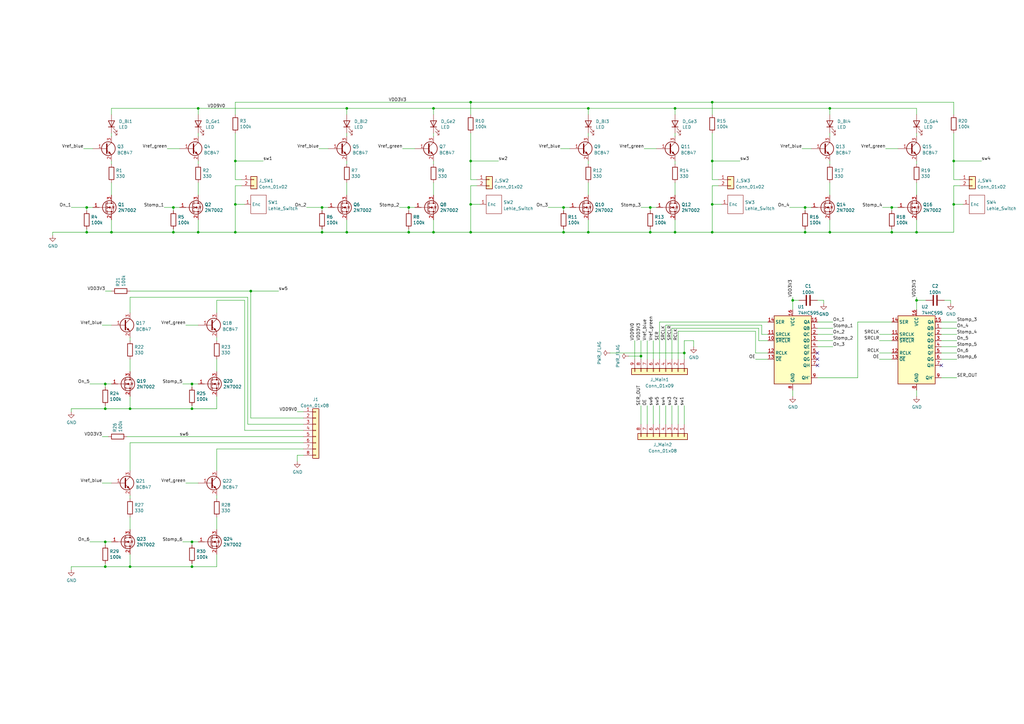
<source format=kicad_sch>
(kicad_sch (version 20211123) (generator eeschema)
  (paper "A3")
  (lib_symbols
    (symbol "74xx:74HC595"
      (property "Reference" "U" (at -7.62 13.97 0))
      (property "Value" "74HC595" (at -7.62 -16.51 0))
      (symbol "74HC595_1_0"
        (pin tri_state line (at 10.16 7.62 180) (length 2.54) (name "QB") (number "1"))
        (pin input line (at -10.16 2.54 0) (length 2.54) (name "~{SRCLR}") (number "10"))
        (pin input line (at -10.16 5.08 0) (length 2.54) (name "SRCLK") (number "11"))
        (pin input line (at -10.16 -2.54 0) (length 2.54) (name "RCLK") (number "12"))
        (pin input line (at -10.16 -5.08 0) (length 2.54) (name "~{OE}") (number "13"))
        (pin input line (at -10.16 10.16 0) (length 2.54) (name "SER") (number "14"))
        (pin tri_state line (at 10.16 10.16 180) (length 2.54) (name "QA") (number "15"))
        (pin power_in line (at 0 15.24 270) (length 2.54) (name "VCC") (number "16"))
        (pin tri_state line (at 10.16 5.08 180) (length 2.54) (name "QC") (number "2"))
        (pin tri_state line (at 10.16 2.54 180) (length 2.54) (name "QD") (number "3"))
        (pin tri_state line (at 10.16 0 180) (length 2.54) (name "QE") (number "4"))
        (pin tri_state line (at 10.16 -2.54 180) (length 2.54) (name "QF") (number "5"))
        (pin tri_state line (at 10.16 -5.08 180) (length 2.54) (name "QG") (number "6"))
        (pin tri_state line (at 10.16 -7.62 180) (length 2.54) (name "QH") (number "7"))
        (pin power_in line (at 0 -17.78 90) (length 2.54) (name "GND") (number "8"))
        (pin output line (at 10.16 -12.7 180) (length 2.54) (name "QH'") (number "9"))
      )
    )
    (symbol "Connector_Generic:Conn_01x02" (pin_names (offset 1.016) hide)
      (property "Reference" "J" (at 0 2.54 0))
      (property "Value" "Conn_01x02" (at 0 -5.08 0))
      (symbol "Conn_01x02_1_1"
        (pin passive line (at -5.08 0 0) (length 3.81) (name "Pin_1") (number "1"))
        (pin passive line (at -5.08 -2.54 0) (length 3.81) (name "Pin_2") (number "2"))
      )
    )
    (symbol "Connector_Generic:Conn_01x08" (pin_names (offset 1.016) hide)
      (property "Reference" "J" (at 0 10.16 0))
      (property "Value" "Conn_01x08" (at 0 -12.7 0))
      (symbol "Conn_01x08_1_1"
        (pin passive line (at -5.08 7.62 0) (length 3.81) (name "Pin_1") (number "1"))
        (pin passive line (at -5.08 5.08 0) (length 3.81) (name "Pin_2") (number "2"))
        (pin passive line (at -5.08 2.54 0) (length 3.81) (name "Pin_3") (number "3"))
        (pin passive line (at -5.08 0 0) (length 3.81) (name "Pin_4") (number "4"))
        (pin passive line (at -5.08 -2.54 0) (length 3.81) (name "Pin_5") (number "5"))
        (pin passive line (at -5.08 -5.08 0) (length 3.81) (name "Pin_6") (number "6"))
        (pin passive line (at -5.08 -7.62 0) (length 3.81) (name "Pin_7") (number "7"))
        (pin passive line (at -5.08 -10.16 0) (length 3.81) (name "Pin_8") (number "8"))
      )
    )
    (symbol "Connector_Generic:Conn_01x09" (pin_names (offset 1.016) hide)
      (property "Reference" "J" (at 0 12.7 0))
      (property "Value" "Conn_01x09" (at 0 -12.7 0))
      (symbol "Conn_01x09_1_1"
        (pin passive line (at -5.08 10.16 0) (length 3.81) (name "Pin_1") (number "1"))
        (pin passive line (at -5.08 7.62 0) (length 3.81) (name "Pin_2") (number "2"))
        (pin passive line (at -5.08 5.08 0) (length 3.81) (name "Pin_3") (number "3"))
        (pin passive line (at -5.08 2.54 0) (length 3.81) (name "Pin_4") (number "4"))
        (pin passive line (at -5.08 0 0) (length 3.81) (name "Pin_5") (number "5"))
        (pin passive line (at -5.08 -2.54 0) (length 3.81) (name "Pin_6") (number "6"))
        (pin passive line (at -5.08 -5.08 0) (length 3.81) (name "Pin_7") (number "7"))
        (pin passive line (at -5.08 -7.62 0) (length 3.81) (name "Pin_8") (number "8"))
        (pin passive line (at -5.08 -10.16 0) (length 3.81) (name "Pin_9") (number "9"))
      )
    )
    (symbol "Device:C" (pin_numbers hide) (pin_names (offset 0.254))
      (property "Reference" "C" (at 0.635 2.54 0))
      (property "Value" "C" (at 0.635 -2.54 0))
      (symbol "C_1_1"
        (pin passive line (at 0 3.81 270) (length 2.794) (name "~") (number "1"))
        (pin passive line (at 0 -3.81 90) (length 2.794) (name "~") (number "2"))
      )
    )
    (symbol "Device:LED" (pin_numbers hide) (pin_names (offset 1.016) hide)
      (property "Reference" "D" (at 0 2.54 0))
      (property "Value" "LED" (at 0 -2.54 0))
      (symbol "LED_1_1"
        (pin passive line (at -3.81 0 0) (length 2.54) (name "K") (number "1"))
        (pin passive line (at 3.81 0 180) (length 2.54) (name "A") (number "2"))
      )
    )
    (symbol "Device:R" (pin_numbers hide) (pin_names (offset 0))
      (property "Reference" "R" (at 2.032 0 90))
      (property "Value" "R" (at 0 0 90))
      (symbol "R_1_1"
        (pin passive line (at 0 3.81 270) (length 1.27) (name "~") (number "1"))
        (pin passive line (at 0 -3.81 90) (length 1.27) (name "~") (number "2"))
      )
    )
    (symbol "KiCad_Libs:Lehle_Switch"
      (property "Reference" "SW" (at 11.43 0 0))
      (property "Value" "Lehle_Switch" (at 15.24 2.54 0))
      (symbol "Lehle_Switch_1_1"
        (pin input line (at 0 0 0) (length 2.54) (name "Enc") (number "1"))
      )
    )
    (symbol "Transistor_BJT:BC847" (pin_names (offset 0) hide)
      (property "Reference" "Q" (at 5.08 1.905 0))
      (property "Value" "BC847" (at 5.08 0 0))
      (symbol "BC847_1_1"
        (pin input line (at -5.08 0 0) (length 5.715) (name "B") (number "1"))
        (pin passive line (at 2.54 -5.08 90) (length 2.54) (name "E") (number "2"))
        (pin passive line (at 2.54 5.08 270) (length 2.54) (name "C") (number "3"))
      )
    )
    (symbol "Transistor_FET:2N7002" (pin_names hide)
      (property "Reference" "Q" (at 5.08 1.905 0))
      (property "Value" "2N7002" (at 5.08 0 0))
      (symbol "2N7002_1_1"
        (pin input line (at -5.08 0 0) (length 2.54) (name "G") (number "1"))
        (pin passive line (at 2.54 -5.08 90) (length 2.54) (name "S") (number "2"))
        (pin passive line (at 2.54 5.08 270) (length 2.54) (name "D") (number "3"))
      )
    )
    (symbol "power:GND" (power) (pin_names (offset 0))
      (property "Value" "GND" (at 0 -3.81 0))
      (symbol "GND_1_1"
        (pin power_in line (at 0 0 270) (length 0) hide (name "GND") (number "1"))
      )
    )
    (symbol "power:PWR_FLAG" (power) (pin_numbers hide) (pin_names (offset 0) hide)
      (property "Value" "PWR_FLAG" (at 0 3.81 0))
      (symbol "PWR_FLAG_0_0"
        (pin power_out line (at 0 0 90) (length 0) (name "pwr") (number "1"))
      )
    )
  )
  (junction (at 43.18 222.25))
  (junction (at 280.67 144.78))
  (junction (at 193.04 66.04))
  (junction (at 35.56 95.25))
  (junction (at 81.28 95.25))
  (junction (at 96.52 95.25))
  (junction (at 167.64 85.09))
  (junction (at 132.08 85.09))
  (junction (at 102.87 119.38))
  (junction (at 375.92 123.19))
  (junction (at 71.12 95.25))
  (junction (at 96.52 83.82))
  (junction (at 43.18 232.41))
  (junction (at 340.36 44.45))
  (junction (at 193.04 83.82))
  (junction (at 292.1 83.82))
  (junction (at 78.74 222.25))
  (junction (at 193.04 95.25))
  (junction (at 340.36 95.25))
  (junction (at 241.3 95.25))
  (junction (at 391.16 83.82))
  (junction (at 96.52 66.04))
  (junction (at 266.7 95.25))
  (junction (at 231.14 85.09))
  (junction (at 262.89 146.05))
  (junction (at 81.28 44.45))
  (junction (at 177.8 95.25))
  (junction (at 78.74 167.64))
  (junction (at 71.12 85.09))
  (junction (at 43.18 167.64))
  (junction (at 45.72 95.25))
  (junction (at 53.34 167.64))
  (junction (at 325.12 123.19))
  (junction (at 132.08 95.25))
  (junction (at 35.56 85.09))
  (junction (at 330.2 85.09))
  (junction (at 43.18 157.48))
  (junction (at 292.1 66.04))
  (junction (at 241.3 44.45))
  (junction (at 266.7 85.09))
  (junction (at 365.76 95.25))
  (junction (at 292.1 95.25))
  (junction (at 330.2 95.25))
  (junction (at 193.04 41.91))
  (junction (at 292.1 41.91))
  (junction (at 391.16 66.04))
  (junction (at 365.76 85.09))
  (junction (at 142.24 44.45))
  (junction (at 231.14 95.25))
  (junction (at 78.74 157.48))
  (junction (at 276.86 95.25))
  (junction (at 167.64 95.25))
  (junction (at 177.8 44.45))
  (junction (at 142.24 95.25))
  (junction (at 78.74 232.41))
  (junction (at 276.86 44.45))
  (junction (at 53.34 232.41))
  (junction (at 375.92 95.25))
  (no_connect (at 335.28 144.78))
  (no_connect (at 386.08 149.86))
  (no_connect (at 335.28 147.32))
  (no_connect (at 335.28 149.86))
  (wire (pts (xy 100.33 123.19) (xy 100.33 176.53)))
  (wire (pts (xy 121.92 186.69) (xy 124.46 186.69)))
  (wire (pts (xy 309.88 147.32) (xy 314.96 147.32)))
  (wire (pts (xy 273.05 166.37) (xy 273.05 173.99)))
  (wire (pts (xy 391.16 73.66) (xy 393.7 73.66)))
  (wire (pts (xy 267.97 139.7) (xy 267.97 147.32)))
  (wire (pts (xy 241.3 44.45) (xy 241.3 46.99)))
  (wire (pts (xy 73.66 85.09) (xy 71.12 85.09)))
  (wire (pts (xy 292.1 41.91) (xy 391.16 41.91)))
  (wire (pts (xy 337.82 123.19) (xy 335.28 123.19)))
  (wire (pts (xy 264.16 60.96) (xy 269.24 60.96)))
  (wire (pts (xy 45.72 54.61) (xy 45.72 55.88)))
  (wire (pts (xy 233.68 85.09) (xy 231.14 85.09)))
  (wire (pts (xy 35.56 86.36) (xy 35.56 85.09)))
  (wire (pts (xy 193.04 76.2) (xy 193.04 83.82)))
  (wire (pts (xy 360.68 147.32) (xy 365.76 147.32)))
  (wire (pts (xy 391.16 83.82) (xy 391.16 95.25)))
  (wire (pts (xy 193.04 83.82) (xy 196.85 83.82)))
  (wire (pts (xy 365.76 93.98) (xy 365.76 95.25)))
  (wire (pts (xy 177.8 54.61) (xy 177.8 55.88)))
  (wire (pts (xy 88.9 184.15) (xy 88.9 193.04)))
  (wire (pts (xy 332.74 85.09) (xy 330.2 85.09)))
  (wire (pts (xy 386.08 137.16) (xy 392.43 137.16)))
  (wire (pts (xy 53.34 232.41) (xy 78.74 232.41)))
  (wire (pts (xy 292.1 46.99) (xy 292.1 41.91)))
  (wire (pts (xy 21.59 96.52) (xy 21.59 95.25)))
  (wire (pts (xy 391.16 54.61) (xy 391.16 66.04)))
  (wire (pts (xy 88.9 147.32) (xy 88.9 152.4)))
  (wire (pts (xy 177.8 66.04) (xy 177.8 67.31)))
  (wire (pts (xy 53.34 147.32) (xy 53.34 152.4)))
  (wire (pts (xy 45.72 74.93) (xy 45.72 80.01)))
  (wire (pts (xy 88.9 227.33) (xy 88.9 232.41)))
  (wire (pts (xy 78.74 232.41) (xy 88.9 232.41)))
  (wire (pts (xy 53.34 181.61) (xy 124.46 181.61)))
  (wire (pts (xy 43.18 167.64) (xy 29.21 167.64)))
  (wire (pts (xy 43.18 222.25) (xy 36.83 222.25)))
  (wire (pts (xy 351.79 132.08) (xy 365.76 132.08)))
  (wire (pts (xy 314.96 139.7) (xy 311.15 139.7)))
  (wire (pts (xy 193.04 66.04) (xy 193.04 73.66)))
  (wire (pts (xy 250.19 144.78) (xy 280.67 144.78)))
  (wire (pts (xy 241.3 74.93) (xy 241.3 80.01)))
  (wire (pts (xy 292.1 66.04) (xy 303.53 66.04)))
  (wire (pts (xy 266.7 85.09) (xy 262.89 85.09)))
  (wire (pts (xy 340.36 46.99) (xy 340.36 44.45)))
  (wire (pts (xy 81.28 44.45) (xy 142.24 44.45)))
  (wire (pts (xy 43.18 157.48) (xy 36.83 157.48)))
  (wire (pts (xy 96.52 66.04) (xy 96.52 73.66)))
  (wire (pts (xy 96.52 41.91) (xy 193.04 41.91)))
  (wire (pts (xy 273.05 133.35) (xy 312.42 133.35)))
  (wire (pts (xy 121.92 168.91) (xy 124.46 168.91)))
  (wire (pts (xy 270.51 166.37) (xy 270.51 173.99)))
  (wire (pts (xy 177.8 46.99) (xy 177.8 44.45)))
  (wire (pts (xy 375.92 66.04) (xy 375.92 67.31)))
  (wire (pts (xy 53.34 212.09) (xy 53.34 217.17)))
  (wire (pts (xy 193.04 95.25) (xy 177.8 95.25)))
  (wire (pts (xy 45.72 222.25) (xy 43.18 222.25)))
  (wire (pts (xy 365.76 95.25) (xy 375.92 95.25)))
  (wire (pts (xy 292.1 83.82) (xy 292.1 95.25)))
  (wire (pts (xy 53.34 119.38) (xy 102.87 119.38)))
  (wire (pts (xy 167.64 86.36) (xy 167.64 85.09)))
  (wire (pts (xy 38.1 85.09) (xy 35.56 85.09)))
  (wire (pts (xy 43.18 231.14) (xy 43.18 232.41)))
  (wire (pts (xy 88.9 203.2) (xy 88.9 204.47)))
  (wire (pts (xy 53.34 121.92) (xy 101.6 121.92)))
  (wire (pts (xy 276.86 74.93) (xy 276.86 80.01)))
  (wire (pts (xy 275.59 166.37) (xy 275.59 173.99)))
  (wire (pts (xy 292.1 95.25) (xy 330.2 95.25)))
  (wire (pts (xy 391.16 66.04) (xy 402.59 66.04)))
  (wire (pts (xy 280.67 144.78) (xy 280.67 147.32)))
  (wire (pts (xy 132.08 93.98) (xy 132.08 95.25)))
  (wire (pts (xy 53.34 167.64) (xy 43.18 167.64)))
  (wire (pts (xy 231.14 93.98) (xy 231.14 95.25)))
  (wire (pts (xy 260.35 139.7) (xy 260.35 147.32)))
  (wire (pts (xy 78.74 158.75) (xy 78.74 157.48)))
  (wire (pts (xy 386.08 142.24) (xy 392.43 142.24)))
  (wire (pts (xy 53.34 121.92) (xy 53.34 128.27)))
  (wire (pts (xy 41.91 133.35) (xy 45.72 133.35)))
  (wire (pts (xy 325.12 121.92) (xy 325.12 123.19)))
  (wire (pts (xy 41.91 179.07) (xy 44.45 179.07)))
  (wire (pts (xy 368.3 85.09) (xy 365.76 85.09)))
  (wire (pts (xy 391.16 76.2) (xy 391.16 83.82)))
  (wire (pts (xy 167.64 93.98) (xy 167.64 95.25)))
  (wire (pts (xy 165.1 60.96) (xy 170.18 60.96)))
  (wire (pts (xy 193.04 41.91) (xy 193.04 46.99)))
  (wire (pts (xy 292.1 76.2) (xy 292.1 83.82)))
  (wire (pts (xy 386.08 144.78) (xy 392.43 144.78)))
  (wire (pts (xy 391.16 41.91) (xy 391.16 46.99)))
  (wire (pts (xy 262.89 166.37) (xy 262.89 173.99)))
  (wire (pts (xy 340.36 95.25) (xy 330.2 95.25)))
  (wire (pts (xy 389.89 124.46) (xy 389.89 123.19)))
  (wire (pts (xy 96.52 95.25) (xy 81.28 95.25)))
  (wire (pts (xy 96.52 83.82) (xy 96.52 95.25)))
  (wire (pts (xy 351.79 154.94) (xy 351.79 132.08)))
  (wire (pts (xy 292.1 54.61) (xy 292.1 66.04)))
  (wire (pts (xy 193.04 95.25) (xy 231.14 95.25)))
  (wire (pts (xy 78.74 223.52) (xy 78.74 222.25)))
  (wire (pts (xy 43.18 119.38) (xy 45.72 119.38)))
  (wire (pts (xy 88.9 123.19) (xy 88.9 128.27)))
  (wire (pts (xy 142.24 95.25) (xy 132.08 95.25)))
  (wire (pts (xy 292.1 66.04) (xy 292.1 73.66)))
  (wire (pts (xy 391.16 83.82) (xy 394.97 83.82)))
  (wire (pts (xy 386.08 134.62) (xy 392.43 134.62)))
  (wire (pts (xy 375.92 123.19) (xy 375.92 127)))
  (wire (pts (xy 309.88 144.78) (xy 314.96 144.78)))
  (wire (pts (xy 45.72 66.04) (xy 45.72 67.31)))
  (wire (pts (xy 262.89 146.05) (xy 262.89 147.32)))
  (wire (pts (xy 386.08 154.94) (xy 392.43 154.94)))
  (wire (pts (xy 29.21 233.68) (xy 29.21 232.41)))
  (wire (pts (xy 241.3 95.25) (xy 266.7 95.25)))
  (wire (pts (xy 335.28 132.08) (xy 341.63 132.08)))
  (wire (pts (xy 280.67 166.37) (xy 280.67 173.99)))
  (wire (pts (xy 391.16 66.04) (xy 391.16 73.66)))
  (wire (pts (xy 142.24 90.17) (xy 142.24 95.25)))
  (wire (pts (xy 340.36 44.45) (xy 375.92 44.45)))
  (wire (pts (xy 280.67 139.7) (xy 280.67 144.78)))
  (wire (pts (xy 170.18 85.09) (xy 167.64 85.09)))
  (wire (pts (xy 276.86 90.17) (xy 276.86 95.25)))
  (wire (pts (xy 29.21 168.91) (xy 29.21 167.64)))
  (wire (pts (xy 34.29 60.96) (xy 38.1 60.96)))
  (wire (pts (xy 71.12 95.25) (xy 81.28 95.25)))
  (wire (pts (xy 81.28 157.48) (xy 78.74 157.48)))
  (wire (pts (xy 365.76 86.36) (xy 365.76 85.09)))
  (wire (pts (xy 43.18 158.75) (xy 43.18 157.48)))
  (wire (pts (xy 78.74 157.48) (xy 74.93 157.48)))
  (wire (pts (xy 96.52 46.99) (xy 96.52 41.91)))
  (wire (pts (xy 167.64 85.09) (xy 163.83 85.09)))
  (wire (pts (xy 265.43 166.37) (xy 265.43 173.99)))
  (wire (pts (xy 96.52 76.2) (xy 96.52 83.82)))
  (wire (pts (xy 71.12 86.36) (xy 71.12 85.09)))
  (wire (pts (xy 335.28 139.7) (xy 341.63 139.7)))
  (wire (pts (xy 340.36 66.04) (xy 340.36 67.31)))
  (wire (pts (xy 340.36 54.61) (xy 340.36 55.88)))
  (wire (pts (xy 41.91 198.12) (xy 45.72 198.12)))
  (wire (pts (xy 375.92 74.93) (xy 375.92 80.01)))
  (wire (pts (xy 309.88 135.89) (xy 309.88 144.78)))
  (wire (pts (xy 276.86 46.99) (xy 276.86 44.45)))
  (wire (pts (xy 231.14 86.36) (xy 231.14 85.09)))
  (wire (pts (xy 71.12 85.09) (xy 67.31 85.09)))
  (wire (pts (xy 267.97 166.37) (xy 267.97 173.99)))
  (wire (pts (xy 273.05 133.35) (xy 273.05 147.32)))
  (wire (pts (xy 360.68 139.7) (xy 365.76 139.7)))
  (wire (pts (xy 278.13 166.37) (xy 278.13 173.99)))
  (wire (pts (xy 88.9 162.56) (xy 88.9 167.64)))
  (wire (pts (xy 68.58 60.96) (xy 73.66 60.96)))
  (wire (pts (xy 193.04 83.82) (xy 193.04 95.25)))
  (wire (pts (xy 363.22 60.96) (xy 368.3 60.96)))
  (wire (pts (xy 102.87 119.38) (xy 102.87 171.45)))
  (wire (pts (xy 311.15 139.7) (xy 311.15 134.62)))
  (wire (pts (xy 278.13 135.89) (xy 309.88 135.89)))
  (wire (pts (xy 132.08 86.36) (xy 132.08 85.09)))
  (wire (pts (xy 193.04 41.91) (xy 292.1 41.91)))
  (wire (pts (xy 142.24 54.61) (xy 142.24 55.88)))
  (wire (pts (xy 81.28 90.17) (xy 81.28 95.25)))
  (wire (pts (xy 43.18 223.52) (xy 43.18 222.25)))
  (wire (pts (xy 96.52 73.66) (xy 99.06 73.66)))
  (wire (pts (xy 81.28 54.61) (xy 81.28 55.88)))
  (wire (pts (xy 53.34 203.2) (xy 53.34 204.47)))
  (wire (pts (xy 241.3 44.45) (xy 276.86 44.45)))
  (wire (pts (xy 53.34 162.56) (xy 53.34 167.64)))
  (wire (pts (xy 193.04 54.61) (xy 193.04 66.04)))
  (wire (pts (xy 241.3 95.25) (xy 231.14 95.25)))
  (wire (pts (xy 81.28 222.25) (xy 78.74 222.25)))
  (wire (pts (xy 330.2 86.36) (xy 330.2 85.09)))
  (wire (pts (xy 45.72 157.48) (xy 43.18 157.48)))
  (wire (pts (xy 284.48 142.24) (xy 284.48 139.7)))
  (wire (pts (xy 142.24 46.99) (xy 142.24 44.45)))
  (wire (pts (xy 101.6 121.92) (xy 101.6 173.99)))
  (wire (pts (xy 275.59 134.62) (xy 275.59 147.32)))
  (wire (pts (xy 292.1 83.82) (xy 295.91 83.82)))
  (wire (pts (xy 81.28 66.04) (xy 81.28 67.31)))
  (wire (pts (xy 71.12 93.98) (xy 71.12 95.25)))
  (wire (pts (xy 340.36 74.93) (xy 340.36 80.01)))
  (wire (pts (xy 330.2 85.09) (xy 323.85 85.09)))
  (wire (pts (xy 53.34 227.33) (xy 53.34 232.41)))
  (wire (pts (xy 266.7 86.36) (xy 266.7 85.09)))
  (wire (pts (xy 330.2 93.98) (xy 330.2 95.25)))
  (wire (pts (xy 386.08 132.08) (xy 392.43 132.08)))
  (wire (pts (xy 53.34 232.41) (xy 43.18 232.41)))
  (wire (pts (xy 78.74 231.14) (xy 78.74 232.41)))
  (wire (pts (xy 177.8 44.45) (xy 241.3 44.45)))
  (wire (pts (xy 393.7 76.2) (xy 391.16 76.2)))
  (wire (pts (xy 365.76 85.09) (xy 361.95 85.09)))
  (wire (pts (xy 241.3 66.04) (xy 241.3 67.31)))
  (wire (pts (xy 360.68 137.16) (xy 365.76 137.16)))
  (wire (pts (xy 99.06 76.2) (xy 96.52 76.2)))
  (wire (pts (xy 88.9 123.19) (xy 100.33 123.19)))
  (wire (pts (xy 276.86 44.45) (xy 340.36 44.45)))
  (wire (pts (xy 167.64 95.25) (xy 177.8 95.25)))
  (wire (pts (xy 257.81 146.05) (xy 262.89 146.05)))
  (wire (pts (xy 335.28 142.24) (xy 341.63 142.24)))
  (wire (pts (xy 45.72 95.25) (xy 71.12 95.25)))
  (wire (pts (xy 102.87 171.45) (xy 124.46 171.45)))
  (wire (pts (xy 43.18 166.37) (xy 43.18 167.64)))
  (wire (pts (xy 177.8 74.93) (xy 177.8 80.01)))
  (wire (pts (xy 269.24 85.09) (xy 266.7 85.09)))
  (wire (pts (xy 312.42 133.35) (xy 312.42 137.16)))
  (wire (pts (xy 335.28 154.94) (xy 351.79 154.94)))
  (wire (pts (xy 335.28 137.16) (xy 341.63 137.16)))
  (wire (pts (xy 276.86 66.04) (xy 276.86 67.31)))
  (wire (pts (xy 35.56 95.25) (xy 21.59 95.25)))
  (wire (pts (xy 88.9 138.43) (xy 88.9 139.7)))
  (wire (pts (xy 96.52 54.61) (xy 96.52 66.04)))
  (wire (pts (xy 265.43 139.7) (xy 265.43 147.32)))
  (wire (pts (xy 53.34 138.43) (xy 53.34 139.7)))
  (wire (pts (xy 81.28 46.99) (xy 81.28 44.45)))
  (wire (pts (xy 229.87 60.96) (xy 233.68 60.96)))
  (wire (pts (xy 328.93 60.96) (xy 332.74 60.96)))
  (wire (pts (xy 81.28 74.93) (xy 81.28 80.01)))
  (wire (pts (xy 88.9 184.15) (xy 124.46 184.15)))
  (wire (pts (xy 386.08 139.7) (xy 392.43 139.7)))
  (wire (pts (xy 53.34 167.64) (xy 78.74 167.64)))
  (wire (pts (xy 88.9 212.09) (xy 88.9 217.17)))
  (wire (pts (xy 76.2 133.35) (xy 81.28 133.35)))
  (wire (pts (xy 386.08 147.32) (xy 392.43 147.32)))
  (wire (pts (xy 121.92 189.23) (xy 121.92 186.69)))
  (wire (pts (xy 132.08 85.09) (xy 125.73 85.09)))
  (wire (pts (xy 52.07 179.07) (xy 124.46 179.07)))
  (wire (pts (xy 45.72 46.99) (xy 45.72 44.45)))
  (wire (pts (xy 280.67 139.7) (xy 284.48 139.7)))
  (wire (pts (xy 340.36 90.17) (xy 340.36 95.25)))
  (wire (pts (xy 266.7 93.98) (xy 266.7 95.25)))
  (wire (pts (xy 142.24 95.25) (xy 167.64 95.25)))
  (wire (pts (xy 276.86 54.61) (xy 276.86 55.88)))
  (wire (pts (xy 375.92 162.56) (xy 375.92 160.02)))
  (wire (pts (xy 193.04 66.04) (xy 204.47 66.04)))
  (wire (pts (xy 292.1 73.66) (xy 294.64 73.66)))
  (wire (pts (xy 35.56 93.98) (xy 35.56 95.25)))
  (wire (pts (xy 134.62 85.09) (xy 132.08 85.09)))
  (wire (pts (xy 335.28 134.62) (xy 341.63 134.62)))
  (wire (pts (xy 96.52 95.25) (xy 132.08 95.25)))
  (wire (pts (xy 262.89 139.7) (xy 262.89 146.05)))
  (wire (pts (xy 142.24 66.04) (xy 142.24 67.31)))
  (wire (pts (xy 325.12 123.19) (xy 327.66 123.19)))
  (wire (pts (xy 241.3 54.61) (xy 241.3 55.88)))
  (wire (pts (xy 142.24 74.93) (xy 142.24 80.01)))
  (wire (pts (xy 314.96 132.08) (xy 270.51 132.08)))
  (wire (pts (xy 312.42 137.16) (xy 314.96 137.16)))
  (wire (pts (xy 278.13 135.89) (xy 278.13 147.32)))
  (wire (pts (xy 130.81 60.96) (xy 134.62 60.96)))
  (wire (pts (xy 193.04 73.66) (xy 195.58 73.66)))
  (wire (pts (xy 231.14 85.09) (xy 224.79 85.09)))
  (wire (pts (xy 35.56 85.09) (xy 29.21 85.09)))
  (wire (pts (xy 241.3 90.17) (xy 241.3 95.25)))
  (wire (pts (xy 266.7 95.25) (xy 276.86 95.25)))
  (wire (pts (xy 325.12 123.19) (xy 325.12 127)))
  (wire (pts (xy 391.16 95.25) (xy 375.92 95.25)))
  (wire (pts (xy 101.6 173.99) (xy 124.46 173.99)))
  (wire (pts (xy 325.12 162.56) (xy 325.12 160.02)))
  (wire (pts (xy 311.15 134.62) (xy 275.59 134.62)))
  (wire (pts (xy 45.72 95.25) (xy 35.56 95.25)))
  (wire (pts (xy 389.89 123.19) (xy 387.35 123.19)))
  (wire (pts (xy 340.36 95.25) (xy 365.76 95.25)))
  (wire (pts (xy 375.92 123.19) (xy 379.73 123.19)))
  (wire (pts (xy 100.33 176.53) (xy 124.46 176.53)))
  (wire (pts (xy 78.74 167.64) (xy 88.9 167.64)))
  (wire (pts (xy 78.74 166.37) (xy 78.74 167.64)))
  (wire (pts (xy 294.64 76.2) (xy 292.1 76.2)))
  (wire (pts (xy 270.51 132.08) (xy 270.51 147.32)))
  (wire (pts (xy 177.8 90.17) (xy 177.8 95.25)))
  (wire (pts (xy 45.72 90.17) (xy 45.72 95.25)))
  (wire (pts (xy 337.82 124.46) (xy 337.82 123.19)))
  (wire (pts (xy 375.92 90.17) (xy 375.92 95.25)))
  (wire (pts (xy 292.1 95.25) (xy 276.86 95.25)))
  (wire (pts (xy 195.58 76.2) (xy 193.04 76.2)))
  (wire (pts (xy 78.74 222.25) (xy 74.93 222.25)))
  (wire (pts (xy 102.87 119.38) (xy 114.3 119.38)))
  (wire (pts (xy 142.24 44.45) (xy 177.8 44.45)))
  (wire (pts (xy 96.52 83.82) (xy 100.33 83.82)))
  (wire (pts (xy 375.92 54.61) (xy 375.92 55.88)))
  (wire (pts (xy 53.34 181.61) (xy 53.34 193.04)))
  (wire (pts (xy 76.2 198.12) (xy 81.28 198.12)))
  (wire (pts (xy 43.18 232.41) (xy 29.21 232.41)))
  (wire (pts (xy 375.92 121.92) (xy 375.92 123.19)))
  (wire (pts (xy 45.72 44.45) (xy 81.28 44.45)))
  (wire (pts (xy 360.68 144.78) (xy 365.76 144.78)))
  (wire (pts (xy 375.92 44.45) (xy 375.92 46.99)))
  (wire (pts (xy 96.52 66.04) (xy 107.95 66.04)))
  (label "Stomp_1" (at 67.31 85.09 180))
  (label "RCLK" (at 278.13 139.7 90))
  (label "sw5" (at 114.3 119.38 0))
  (label "SRCLR" (at 360.68 139.7 180))
  (label "VDD3V3" (at 375.92 121.92 90))
  (label "sw2" (at 278.13 166.37 90))
  (label "SRCLK" (at 360.68 137.16 180))
  (label "VDD9V0" (at 260.35 139.7 90))
  (label "Vref_green" (at 264.16 60.96 180))
  (label "Vref_blue" (at 328.93 60.96 180))
  (label "Vref_blue" (at 41.91 133.35 180))
  (label "Stomp_2" (at 341.63 139.7 0))
  (label "On_4" (at 323.85 85.09 180))
  (label "sw6" (at 267.97 166.37 90))
  (label "sw3" (at 275.59 166.37 90))
  (label "Vref_green" (at 267.97 139.7 90))
  (label "Vref_green" (at 76.2 133.35 180))
  (label "On_6" (at 392.43 144.78 0))
  (label "On_4" (at 392.43 134.62 0))
  (label "sw1" (at 280.67 166.37 90))
  (label "Vref_blue" (at 265.43 139.7 90))
  (label "OE" (at 360.68 147.32 180))
  (label "OE" (at 309.88 147.32 180))
  (label "OE" (at 265.43 166.37 90))
  (label "On_6" (at 36.83 222.25 180))
  (label "sw4" (at 402.59 66.04 0))
  (label "VDD9V0" (at 121.92 168.91 180))
  (label "Stomp_6" (at 392.43 147.32 0))
  (label "SER" (at 270.51 139.7 90))
  (label "sw3" (at 303.53 66.04 0))
  (label "On_1" (at 341.63 132.08 0))
  (label "Stomp_5" (at 74.93 157.48 180))
  (label "On_2" (at 341.63 137.16 0))
  (label "SER_OUT" (at 262.89 166.37 90))
  (label "VDD3V3" (at 159.385 41.91 0))
  (label "Stomp_6" (at 74.93 222.25 180))
  (label "On_3" (at 224.79 85.09 180))
  (label "Vref_green" (at 68.58 60.96 180))
  (label "Stomp_5" (at 392.43 142.24 0))
  (label "VDD3V3" (at 43.18 119.38 180))
  (label "sw2" (at 204.47 66.04 0))
  (label "Stomp_4" (at 361.95 85.09 180))
  (label "sw5" (at 270.51 166.37 90))
  (label "Stomp_2" (at 163.83 85.09 180))
  (label "sw1" (at 107.95 66.04 0))
  (label "Vref_blue" (at 41.91 198.12 180))
  (label "Vref_blue" (at 34.29 60.96 180))
  (label "SRCLR" (at 275.59 139.7 90))
  (label "Vref_green" (at 363.22 60.96 180))
  (label "Vref_green" (at 76.2 198.12 180))
  (label "On_1" (at 29.21 85.09 180))
  (label "sw6" (at 73.66 179.07 0))
  (label "RCLK" (at 360.68 144.78 180))
  (label "Vref_blue" (at 229.87 60.96 180))
  (label "SRCLK" (at 273.05 139.7 90))
  (label "On_3" (at 341.63 142.24 0))
  (label "On_5" (at 36.83 157.48 180))
  (label "VDD3V3" (at 262.89 139.7 90))
  (label "VDD3V3" (at 41.91 179.07 180))
  (label "VDD9V0" (at 85.09 44.45 0))
  (label "On_5" (at 392.43 139.7 0))
  (label "Vref_green" (at 165.1 60.96 180))
  (label "Stomp_4" (at 392.43 137.16 0))
  (label "Stomp_3" (at 392.43 132.08 0))
  (label "On_2" (at 125.73 85.09 180))
  (label "Vref_blue" (at 130.81 60.96 180))
  (label "Stomp_3" (at 262.89 85.09 180))
  (label "sw4" (at 273.05 166.37 90))
  (label "VDD3V3" (at 325.12 121.92 90))
  (label "Stomp_1" (at 341.63 134.62 0))
  (label "SER_OUT" (at 392.43 154.94 0))
  (symbol (lib_id "Device:LED") (at 45.72 50.8 90) (unit 1)
    (property "Reference" "D_Bl1" (at 48.7172 49.8094 90) (effects (justify right)))
    (property "Value" "LED" (at 48.7172 52.1208 90) (effects (justify right)))
    (property "Footprint" "LED_THT:LED_D3.0mm" (effects hide))
  )
  (symbol (lib_id "Device:LED") (at 81.28 50.8 90) (unit 1)
    (property "Reference" "D_Ge1" (at 84.2772 49.8094 90) (effects (justify right)))
    (property "Value" "LED" (at 84.2772 52.1208 90) (effects (justify right)))
    (property "Footprint" "LED_THT:LED_D3.0mm" (effects hide))
  )
  (symbol (lib_id "Device:R") (at 96.52 50.8 0) (unit 1)
    (property "Reference" "R3" (at 98.298 49.6316 0) (effects (justify left)))
    (property "Value" "100k" (at 98.298 51.943 0) (effects (justify left)))
    (property "Footprint" "Resistor_SMD:R_1206_3216Metric_Pad1.30x1.75mm_HandSolder" (effects hide))
  )
  (symbol (lib_id "Transistor_FET:2N7002") (at 43.18 85.09 0) (unit 1)
    (property "Reference" "Q1" (at 48.3616 83.9216 0) (effects (justify left)))
    (property "Value" "2N7002" (at 48.3616 86.233 0) (effects (justify left)))
    (property "Footprint" "Package_TO_SOT_SMD:SOT-23" (effects hide))
    (property "Datasheet" "https://www.onsemi.com/pub/Collateral/NDS7002A-D.PDF" (effects hide))
  )
  (symbol (lib_id "Transistor_FET:2N7002") (at 78.74 85.09 0) (unit 1)
    (property "Reference" "Q2" (at 83.9216 83.9216 0) (effects (justify left)))
    (property "Value" "2N7002" (at 83.9216 86.233 0) (effects (justify left)))
    (property "Footprint" "Package_TO_SOT_SMD:SOT-23" (effects hide))
    (property "Datasheet" "https://www.onsemi.com/pub/Collateral/NDS7002A-D.PDF" (effects hide))
  )
  (symbol (lib_id "power:GND") (at 21.59 96.52 0) (unit 1)
    (property "Reference" "#PWR0102" (effects hide))
    (property "Value" "GND" (at 21.717 100.9142 0))
  )
  (symbol (lib_id "Device:R") (at 35.56 90.17 0) (unit 1)
    (property "Reference" "R4" (at 37.338 89.0016 0) (effects (justify left)))
    (property "Value" "100k" (at 37.338 91.313 0) (effects (justify left)))
    (property "Footprint" "Resistor_SMD:R_1206_3216Metric_Pad1.30x1.75mm_HandSolder" (effects hide))
  )
  (symbol (lib_id "Device:R") (at 71.12 90.17 0) (unit 1)
    (property "Reference" "R5" (at 72.898 89.0016 0) (effects (justify left)))
    (property "Value" "100k" (at 72.898 91.313 0) (effects (justify left)))
    (property "Footprint" "Resistor_SMD:R_1206_3216Metric_Pad1.30x1.75mm_HandSolder" (effects hide))
  )
  (symbol (lib_id "Device:R") (at 78.74 227.33 0) (unit 1)
    (property "Reference" "R30" (at 80.518 226.1616 0) (effects (justify left)))
    (property "Value" "100k" (at 80.518 228.473 0) (effects (justify left)))
    (property "Footprint" "Resistor_SMD:R_1206_3216Metric_Pad1.30x1.75mm_HandSolder" (effects hide))
  )
  (symbol (lib_id "KiCad_Libs:Lehle_Switch") (at 295.91 83.82 0) (unit 1)
    (property "Reference" "SW3" (at 305.5112 82.9853 0) (effects (justify left)))
    (property "Value" "Lehle_Switch" (at 305.5112 85.5222 0) (effects (justify left)))
    (property "Footprint" "KiCad_Libs:LehleSwitch" (effects hide))
  )
  (symbol (lib_id "Connector_Generic:Conn_01x02") (at 104.14 73.66 0) (unit 1)
    (property "Reference" "J_SW1" (at 106.172 74.0953 0) (effects (justify left)))
    (property "Value" "Conn_01x02" (at 106.172 76.6322 0) (effects (justify left)))
    (property "Footprint" "Connector_JST:JST_PH_B2B-PH-K_1x02_P2.00mm_Vertical" (effects hide))
  )
  (symbol (lib_id "74xx:74HC595") (at 375.92 142.24 0) (unit 1)
    (property "Reference" "U2" (at 377.9394 125.8402 0) (effects (justify left)))
    (property "Value" "74HC595" (at 377.9394 128.3771 0) (effects (justify left)))
    (property "Footprint" "SamacSys_Parts:SOIC127P600X175-16N" (effects hide))
    (property "Datasheet" "http://www.ti.com/lit/ds/symlink/sn74hc595.pdf" (effects hide))
  )
  (symbol (lib_id "Device:R") (at 266.7 90.17 0) (unit 1)
    (property "Reference" "R13" (at 268.478 89.0016 0) (effects (justify left)))
    (property "Value" "100k" (at 268.478 91.313 0) (effects (justify left)))
    (property "Footprint" "Resistor_SMD:R_1206_3216Metric_Pad1.30x1.75mm_HandSolder" (effects hide))
  )
  (symbol (lib_id "Device:R") (at 241.3 71.12 0) (unit 1)
    (property "Reference" "R12" (at 243.078 69.9516 0) (effects (justify left)))
    (property "Value" "330" (at 243.078 72.263 0) (effects (justify left)))
    (property "Footprint" "Resistor_SMD:R_1206_3216Metric_Pad1.30x1.75mm_HandSolder" (effects hide))
  )
  (symbol (lib_id "Transistor_BJT:BC847") (at 274.32 60.96 0) (unit 1)
    (property "Reference" "Q11" (at 279.1714 60.1253 0) (effects (justify left)))
    (property "Value" "BC847" (at 279.1714 62.6622 0) (effects (justify left)))
    (property "Footprint" "Package_TO_SOT_SMD:SOT-23" (effects hide))
    (property "Datasheet" "http://www.infineon.com/dgdl/Infineon-BC847SERIES_BC848SERIES_BC849SERIES_BC850SERIES-DS-v01_01-en.pdf?fileId=db3a304314dca389011541d4630a1657" (effects hide))
  )
  (symbol (lib_id "Device:R") (at 53.34 208.28 0) (unit 1)
    (property "Reference" "R27" (at 55.118 207.1116 0) (effects (justify left)))
    (property "Value" "330" (at 55.118 209.423 0) (effects (justify left)))
    (property "Footprint" "Resistor_SMD:R_1206_3216Metric_Pad1.30x1.75mm_HandSolder" (effects hide))
  )
  (symbol (lib_id "Transistor_FET:2N7002") (at 86.36 157.48 0) (unit 1)
    (property "Reference" "Q20" (at 91.5416 156.3116 0) (effects (justify left)))
    (property "Value" "2N7002" (at 91.5416 158.623 0) (effects (justify left)))
    (property "Footprint" "Package_TO_SOT_SMD:SOT-23" (effects hide))
    (property "Datasheet" "https://www.onsemi.com/pub/Collateral/NDS7002A-D.PDF" (effects hide))
  )
  (symbol (lib_id "Device:R") (at 132.08 90.17 0) (unit 1)
    (property "Reference" "R6" (at 133.858 89.0016 0) (effects (justify left)))
    (property "Value" "100k" (at 133.858 91.313 0) (effects (justify left)))
    (property "Footprint" "Resistor_SMD:R_1206_3216Metric_Pad1.30x1.75mm_HandSolder" (effects hide))
  )
  (symbol (lib_id "Transistor_BJT:BC847") (at 139.7 60.96 0) (unit 1)
    (property "Reference" "Q5" (at 144.5514 60.1253 0) (effects (justify left)))
    (property "Value" "BC847" (at 144.5514 62.6622 0) (effects (justify left)))
    (property "Footprint" "Package_TO_SOT_SMD:SOT-23" (effects hide))
    (property "Datasheet" "http://www.infineon.com/dgdl/Infineon-BC847SERIES_BC848SERIES_BC849SERIES_BC850SERIES-DS-v01_01-en.pdf?fileId=db3a304314dca389011541d4630a1657" (effects hide))
  )
  (symbol (lib_id "KiCad_Libs:Lehle_Switch") (at 196.85 83.82 0) (unit 1)
    (property "Reference" "SW2" (at 206.4512 82.9853 0) (effects (justify left)))
    (property "Value" "Lehle_Switch" (at 206.4512 85.5222 0) (effects (justify left)))
    (property "Footprint" "KiCad_Libs:LehleSwitch" (effects hide))
  )
  (symbol (lib_id "power:GND") (at 375.92 162.56 0) (unit 1)
    (property "Reference" "#PWR0104" (effects hide))
    (property "Value" "GND" (at 376.047 166.9542 0))
  )
  (symbol (lib_id "Transistor_BJT:BC847") (at 373.38 60.96 0) (unit 1)
    (property "Reference" "Q15" (at 378.2314 60.1253 0) (effects (justify left)))
    (property "Value" "BC847" (at 378.2314 62.6622 0) (effects (justify left)))
    (property "Footprint" "Package_TO_SOT_SMD:SOT-23" (effects hide))
    (property "Datasheet" "http://www.infineon.com/dgdl/Infineon-BC847SERIES_BC848SERIES_BC849SERIES_BC850SERIES-DS-v01_01-en.pdf?fileId=db3a304314dca389011541d4630a1657" (effects hide))
  )
  (symbol (lib_id "Device:R") (at 78.74 162.56 0) (unit 1)
    (property "Reference" "R25" (at 80.518 161.3916 0) (effects (justify left)))
    (property "Value" "100k" (at 80.518 163.703 0) (effects (justify left)))
    (property "Footprint" "Resistor_SMD:R_1206_3216Metric_Pad1.30x1.75mm_HandSolder" (effects hide))
  )
  (symbol (lib_id "Transistor_FET:2N7002") (at 337.82 85.09 0) (unit 1)
    (property "Reference" "Q14" (at 343.0016 83.9216 0) (effects (justify left)))
    (property "Value" "2N7002" (at 343.0016 86.233 0) (effects (justify left)))
    (property "Footprint" "Package_TO_SOT_SMD:SOT-23" (effects hide))
    (property "Datasheet" "https://www.onsemi.com/pub/Collateral/NDS7002A-D.PDF" (effects hide))
  )
  (symbol (lib_id "power:GND") (at 121.92 189.23 0) (unit 1)
    (property "Reference" "#PWR01" (effects hide))
    (property "Value" "GND" (at 122.047 193.6242 0))
  )
  (symbol (lib_id "Device:R") (at 340.36 71.12 0) (unit 1)
    (property "Reference" "R17" (at 342.138 69.9516 0) (effects (justify left)))
    (property "Value" "330" (at 342.138 72.263 0) (effects (justify left)))
    (property "Footprint" "Resistor_SMD:R_1206_3216Metric_Pad1.30x1.75mm_HandSolder" (effects hide))
  )
  (symbol (lib_id "Transistor_BJT:BC847") (at 337.82 60.96 0) (unit 1)
    (property "Reference" "Q13" (at 342.6714 60.1253 0) (effects (justify left)))
    (property "Value" "BC847" (at 342.6714 62.6622 0) (effects (justify left)))
    (property "Footprint" "Package_TO_SOT_SMD:SOT-23" (effects hide))
    (property "Datasheet" "http://www.infineon.com/dgdl/Infineon-BC847SERIES_BC848SERIES_BC849SERIES_BC850SERIES-DS-v01_01-en.pdf?fileId=db3a304314dca389011541d4630a1657" (effects hide))
  )
  (symbol (lib_id "74xx:74HC595") (at 325.12 142.24 0) (unit 1)
    (property "Reference" "U1" (at 327.1394 125.8402 0) (effects (justify left)))
    (property "Value" "74HC595" (at 327.1394 128.3771 0) (effects (justify left)))
    (property "Footprint" "SamacSys_Parts:SOIC127P600X175-16N" (effects hide))
    (property "Datasheet" "http://www.ti.com/lit/ds/symlink/sn74hc595.pdf" (effects hide))
  )
  (symbol (lib_id "power:GND") (at 284.48 142.24 0) (unit 1)
    (property "Reference" "#PWR03" (effects hide))
    (property "Value" "GND" (at 284.607 146.6342 0))
  )
  (symbol (lib_id "Device:R") (at 43.18 227.33 0) (unit 1)
    (property "Reference" "R29" (at 44.958 226.1616 0) (effects (justify left)))
    (property "Value" "100k" (at 44.958 228.473 0) (effects (justify left)))
    (property "Footprint" "Resistor_SMD:R_1206_3216Metric_Pad1.30x1.75mm_HandSolder" (effects hide))
  )
  (symbol (lib_id "Transistor_FET:2N7002") (at 238.76 85.09 0) (unit 1)
    (property "Reference" "Q10" (at 243.9416 83.9216 0) (effects (justify left)))
    (property "Value" "2N7002" (at 243.9416 86.233 0) (effects (justify left)))
    (property "Footprint" "Package_TO_SOT_SMD:SOT-23" (effects hide))
    (property "Datasheet" "https://www.onsemi.com/pub/Collateral/NDS7002A-D.PDF" (effects hide))
  )
  (symbol (lib_id "KiCad_Libs:Lehle_Switch") (at 394.97 83.82 0) (unit 1)
    (property "Reference" "SW4" (at 404.5712 82.9853 0) (effects (justify left)))
    (property "Value" "Lehle_Switch" (at 404.5712 85.5222 0) (effects (justify left)))
    (property "Footprint" "KiCad_Libs:LehleSwitch" (effects hide))
  )
  (symbol (lib_id "Device:R") (at 231.14 90.17 0) (unit 1)
    (property "Reference" "R11" (at 232.918 89.0016 0) (effects (justify left)))
    (property "Value" "100k" (at 232.918 91.313 0) (effects (justify left)))
    (property "Footprint" "Resistor_SMD:R_1206_3216Metric_Pad1.30x1.75mm_HandSolder" (effects hide))
  )
  (symbol (lib_id "Transistor_FET:2N7002") (at 373.38 85.09 0) (unit 1)
    (property "Reference" "Q16" (at 378.5616 83.9216 0) (effects (justify left)))
    (property "Value" "2N7002" (at 378.5616 86.233 0) (effects (justify left)))
    (property "Footprint" "Package_TO_SOT_SMD:SOT-23" (effects hide))
    (property "Datasheet" "https://www.onsemi.com/pub/Collateral/NDS7002A-D.PDF" (effects hide))
  )
  (symbol (lib_id "power:PWR_FLAG") (at 250.19 144.78 90) (unit 1)
    (property "Reference" "#FLG0101" (effects hide))
    (property "Value" "PWR_FLAG" (at 245.7958 144.78 0))
  )
  (symbol (lib_id "power:GND") (at 29.21 233.68 0) (unit 1)
    (property "Reference" "#PWR02" (effects hide))
    (property "Value" "GND" (at 29.337 238.0742 0))
  )
  (symbol (lib_id "Device:R") (at 276.86 71.12 0) (unit 1)
    (property "Reference" "R14" (at 278.638 69.9516 0) (effects (justify left)))
    (property "Value" "330" (at 278.638 72.263 0) (effects (justify left)))
    (property "Footprint" "Resistor_SMD:R_1206_3216Metric_Pad1.30x1.75mm_HandSolder" (effects hide))
  )
  (symbol (lib_id "Device:LED") (at 340.36 50.8 90) (unit 1)
    (property "Reference" "D_Bl4" (at 343.3572 49.8094 90) (effects (justify right)))
    (property "Value" "LED" (at 343.3572 52.1208 90) (effects (justify right)))
    (property "Footprint" "LED_THT:LED_D3.0mm" (effects hide))
  )
  (symbol (lib_id "KiCad_Libs:Lehle_Switch") (at 100.33 83.82 0) (unit 1)
    (property "Reference" "SW1" (at 109.9312 82.9853 0) (effects (justify left)))
    (property "Value" "Lehle_Switch" (at 109.9312 85.5222 0) (effects (justify left)))
    (property "Footprint" "KiCad_Libs:LehleSwitch" (effects hide))
  )
  (symbol (lib_id "Connector_Generic:Conn_01x08") (at 273.05 179.07 270) (unit 1)
    (property "Reference" "J_Main2" (at 271.78 182.3704 90))
    (property "Value" "Conn_01x08" (at 271.78 184.9073 90))
    (property "Footprint" "Connector_JST:JST_PH_B8B-PH-K_1x08_P2.00mm_Vertical" (effects hide))
  )
  (symbol (lib_id "Transistor_BJT:BC847") (at 86.36 133.35 0) (unit 1)
    (property "Reference" "Q18" (at 91.2114 132.5153 0) (effects (justify left)))
    (property "Value" "BC847" (at 91.2114 135.0522 0) (effects (justify left)))
    (property "Footprint" "Package_TO_SOT_SMD:SOT-23" (effects hide))
    (property "Datasheet" "http://www.infineon.com/dgdl/Infineon-BC847SERIES_BC848SERIES_BC849SERIES_BC850SERIES-DS-v01_01-en.pdf?fileId=db3a304314dca389011541d4630a1657" (effects hide))
  )
  (symbol (lib_id "Transistor_FET:2N7002") (at 50.8 157.48 0) (unit 1)
    (property "Reference" "Q19" (at 55.9816 156.3116 0) (effects (justify left)))
    (property "Value" "2N7002" (at 55.9816 158.623 0) (effects (justify left)))
    (property "Footprint" "Package_TO_SOT_SMD:SOT-23" (effects hide))
    (property "Datasheet" "https://www.onsemi.com/pub/Collateral/NDS7002A-D.PDF" (effects hide))
  )
  (symbol (lib_id "Device:R") (at 48.26 179.07 90) (unit 1)
    (property "Reference" "R26" (at 47.0916 177.292 0) (effects (justify left)))
    (property "Value" "100k" (at 49.403 177.292 0) (effects (justify left)))
    (property "Footprint" "Resistor_SMD:R_1206_3216Metric_Pad1.30x1.75mm_HandSolder" (effects hide))
  )
  (symbol (lib_id "Device:R") (at 193.04 50.8 0) (unit 1)
    (property "Reference" "R10" (at 194.818 49.6316 0) (effects (justify left)))
    (property "Value" "100k" (at 194.818 51.943 0) (effects (justify left)))
    (property "Footprint" "Resistor_SMD:R_1206_3216Metric_Pad1.30x1.75mm_HandSolder" (effects hide))
  )
  (symbol (lib_id "Transistor_BJT:BC847") (at 175.26 60.96 0) (unit 1)
    (property "Reference" "Q7" (at 180.1114 60.1253 0) (effects (justify left)))
    (property "Value" "BC847" (at 180.1114 62.6622 0) (effects (justify left)))
    (property "Footprint" "Package_TO_SOT_SMD:SOT-23" (effects hide))
    (property "Datasheet" "http://www.infineon.com/dgdl/Infineon-BC847SERIES_BC848SERIES_BC849SERIES_BC850SERIES-DS-v01_01-en.pdf?fileId=db3a304314dca389011541d4630a1657" (effects hide))
  )
  (symbol (lib_id "Transistor_FET:2N7002") (at 175.26 85.09 0) (unit 1)
    (property "Reference" "Q8" (at 180.4416 83.9216 0) (effects (justify left)))
    (property "Value" "2N7002" (at 180.4416 86.233 0) (effects (justify left)))
    (property "Footprint" "Package_TO_SOT_SMD:SOT-23" (effects hide))
    (property "Datasheet" "https://www.onsemi.com/pub/Collateral/NDS7002A-D.PDF" (effects hide))
  )
  (symbol (lib_id "Transistor_FET:2N7002") (at 139.7 85.09 0) (unit 1)
    (property "Reference" "Q6" (at 144.8816 83.9216 0) (effects (justify left)))
    (property "Value" "2N7002" (at 144.8816 86.233 0) (effects (justify left)))
    (property "Footprint" "Package_TO_SOT_SMD:SOT-23" (effects hide))
    (property "Datasheet" "https://www.onsemi.com/pub/Collateral/NDS7002A-D.PDF" (effects hide))
  )
  (symbol (lib_id "Device:LED") (at 375.92 50.8 90) (unit 1)
    (property "Reference" "D_Ge4" (at 378.9172 49.8094 90) (effects (justify right)))
    (property "Value" "LED" (at 378.9172 52.1208 90) (effects (justify right)))
    (property "Footprint" "LED_THT:LED_D3.0mm" (effects hide))
  )
  (symbol (lib_id "Transistor_FET:2N7002") (at 50.8 222.25 0) (unit 1)
    (property "Reference" "Q23" (at 55.9816 221.0816 0) (effects (justify left)))
    (property "Value" "2N7002" (at 55.9816 223.393 0) (effects (justify left)))
    (property "Footprint" "Package_TO_SOT_SMD:SOT-23" (effects hide))
    (property "Datasheet" "https://www.onsemi.com/pub/Collateral/NDS7002A-D.PDF" (effects hide))
  )
  (symbol (lib_id "Transistor_BJT:BC847") (at 43.18 60.96 0) (unit 1)
    (property "Reference" "Q3" (at 48.0314 60.1253 0) (effects (justify left)))
    (property "Value" "BC847" (at 48.0314 62.6622 0) (effects (justify left)))
    (property "Footprint" "Package_TO_SOT_SMD:SOT-23" (effects hide))
    (property "Datasheet" "http://www.infineon.com/dgdl/Infineon-BC847SERIES_BC848SERIES_BC849SERIES_BC850SERIES-DS-v01_01-en.pdf?fileId=db3a304314dca389011541d4630a1657" (effects hide))
  )
  (symbol (lib_id "Device:R") (at 88.9 143.51 0) (unit 1)
    (property "Reference" "R23" (at 90.678 142.3416 0) (effects (justify left)))
    (property "Value" "330" (at 90.678 144.653 0) (effects (justify left)))
    (property "Footprint" "Resistor_SMD:R_1206_3216Metric_Pad1.30x1.75mm_HandSolder" (effects hide))
  )
  (symbol (lib_id "Connector_Generic:Conn_01x09") (at 270.51 152.4 270) (unit 1)
    (property "Reference" "J_Main1" (at 270.51 155.7004 90))
    (property "Value" "Conn_01x09" (at 270.51 158.2373 90))
    (property "Footprint" "Connector_JST:JST_PH_B9B-PH-K_1x09_P2.00mm_Vertical" (effects hide))
  )
  (symbol (lib_id "Device:R") (at 292.1 50.8 0) (unit 1)
    (property "Reference" "R15" (at 293.878 49.6316 0) (effects (justify left)))
    (property "Value" "100k" (at 293.878 51.943 0) (effects (justify left)))
    (property "Footprint" "Resistor_SMD:R_1206_3216Metric_Pad1.30x1.75mm_HandSolder" (effects hide))
  )
  (symbol (lib_id "Connector_Generic:Conn_01x08") (at 129.54 176.53 0) (unit 1)
    (property "Reference" "J1" (at 128.27 163.83 0) (effects (justify left)))
    (property "Value" "Conn_01x08" (at 123.19 166.37 0) (effects (justify left)))
    (property "Footprint" "Connector_JST:JST_PH_B8B-PH-K_1x08_P2.00mm_Vertical" (effects hide))
  )
  (symbol (lib_id "Connector_Generic:Conn_01x02") (at 398.78 73.66 0) (unit 1)
    (property "Reference" "J_SW4" (at 400.812 74.0953 0) (effects (justify left)))
    (property "Value" "Conn_01x02" (at 400.812 76.6322 0) (effects (justify left)))
    (property "Footprint" "Connector_JST:JST_PH_B2B-PH-K_1x02_P2.00mm_Vertical" (effects hide))
  )
  (symbol (lib_id "power:GND") (at 29.21 168.91 0) (unit 1)
    (property "Reference" "#PWR0101" (effects hide))
    (property "Value" "GND" (at 29.337 173.3042 0))
  )
  (symbol (lib_id "power:GND") (at 325.12 162.56 0) (unit 1)
    (property "Reference" "#PWR0103" (effects hide))
    (property "Value" "GND" (at 325.247 166.9542 0))
  )
  (symbol (lib_id "Device:LED") (at 241.3 50.8 90) (unit 1)
    (property "Reference" "D_Bl3" (at 244.2972 49.8094 90) (effects (justify right)))
    (property "Value" "LED" (at 244.2972 52.1208 90) (effects (justify right)))
    (property "Footprint" "LED_THT:LED_D3.0mm" (effects hide))
  )
  (symbol (lib_id "Device:C") (at 383.54 123.19 90) (unit 1)
    (property "Reference" "C2" (at 383.54 117.3312 90))
    (property "Value" "100n" (at 383.54 119.8681 90))
    (property "Footprint" "Capacitor_SMD:C_1206_3216Metric_Pad1.33x1.80mm_HandSolder" (effects hide))
  )
  (symbol (lib_id "Transistor_FET:2N7002") (at 274.32 85.09 0) (unit 1)
    (property "Reference" "Q12" (at 279.5016 83.9216 0) (effects (justify left)))
    (property "Value" "2N7002" (at 279.5016 86.233 0) (effects (justify left)))
    (property "Footprint" "Package_TO_SOT_SMD:SOT-23" (effects hide))
    (property "Datasheet" "https://www.onsemi.com/pub/Collateral/NDS7002A-D.PDF" (effects hide))
  )
  (symbol (lib_id "Device:R") (at 167.64 90.17 0) (unit 1)
    (property "Reference" "R8" (at 169.418 89.0016 0) (effects (justify left)))
    (property "Value" "100k" (at 169.418 91.313 0) (effects (justify left)))
    (property "Footprint" "Resistor_SMD:R_1206_3216Metric_Pad1.30x1.75mm_HandSolder" (effects hide))
  )
  (symbol (lib_id "Device:R") (at 142.24 71.12 0) (unit 1)
    (property "Reference" "R7" (at 144.018 69.9516 0) (effects (justify left)))
    (property "Value" "330" (at 144.018 72.263 0) (effects (justify left)))
    (property "Footprint" "Resistor_SMD:R_1206_3216Metric_Pad1.30x1.75mm_HandSolder" (effects hide))
  )
  (symbol (lib_id "Device:R") (at 375.92 71.12 0) (unit 1)
    (property "Reference" "R19" (at 377.698 69.9516 0) (effects (justify left)))
    (property "Value" "330" (at 377.698 72.263 0) (effects (justify left)))
    (property "Footprint" "Resistor_SMD:R_1206_3216Metric_Pad1.30x1.75mm_HandSolder" (effects hide))
  )
  (symbol (lib_id "Transistor_BJT:BC847") (at 50.8 133.35 0) (unit 1)
    (property "Reference" "Q17" (at 55.6514 132.5153 0) (effects (justify left)))
    (property "Value" "BC847" (at 55.6514 135.0522 0) (effects (justify left)))
    (property "Footprint" "Package_TO_SOT_SMD:SOT-23" (effects hide))
    (property "Datasheet" "http://www.infineon.com/dgdl/Infineon-BC847SERIES_BC848SERIES_BC849SERIES_BC850SERIES-DS-v01_01-en.pdf?fileId=db3a304314dca389011541d4630a1657" (effects hide))
  )
  (symbol (lib_id "Transistor_BJT:BC847") (at 238.76 60.96 0) (unit 1)
    (property "Reference" "Q9" (at 243.6114 60.1253 0) (effects (justify left)))
    (property "Value" "BC847" (at 243.6114 62.6622 0) (effects (justify left)))
    (property "Footprint" "Package_TO_SOT_SMD:SOT-23" (effects hide))
    (property "Datasheet" "http://www.infineon.com/dgdl/Infineon-BC847SERIES_BC848SERIES_BC849SERIES_BC850SERIES-DS-v01_01-en.pdf?fileId=db3a304314dca389011541d4630a1657" (effects hide))
  )
  (symbol (lib_id "Device:R") (at 177.8 71.12 0) (unit 1)
    (property "Reference" "R9" (at 179.578 69.9516 0) (effects (justify left)))
    (property "Value" "330" (at 179.578 72.263 0) (effects (justify left)))
    (property "Footprint" "Resistor_SMD:R_1206_3216Metric_Pad1.30x1.75mm_HandSolder" (effects hide))
  )
  (symbol (lib_id "Device:R") (at 53.34 143.51 0) (unit 1)
    (property "Reference" "R22" (at 55.118 142.3416 0) (effects (justify left)))
    (property "Value" "330" (at 55.118 144.653 0) (effects (justify left)))
    (property "Footprint" "Resistor_SMD:R_1206_3216Metric_Pad1.30x1.75mm_HandSolder" (effects hide))
  )
  (symbol (lib_id "Device:R") (at 45.72 71.12 0) (unit 1)
    (property "Reference" "R1" (at 47.498 69.9516 0) (effects (justify left)))
    (property "Value" "330" (at 47.498 72.263 0) (effects (justify left)))
    (property "Footprint" "Resistor_SMD:R_1206_3216Metric_Pad1.30x1.75mm_HandSolder" (effects hide))
  )
  (symbol (lib_id "Device:R") (at 43.18 162.56 0) (unit 1)
    (property "Reference" "R24" (at 44.958 161.3916 0) (effects (justify left)))
    (property "Value" "100k" (at 44.958 163.703 0) (effects (justify left)))
    (property "Footprint" "Resistor_SMD:R_1206_3216Metric_Pad1.30x1.75mm_HandSolder" (effects hide))
  )
  (symbol (lib_id "power:PWR_FLAG") (at 257.81 146.05 90) (unit 1)
    (property "Reference" "#FLG0102" (effects hide))
    (property "Value" "PWR_FLAG" (at 253.4158 146.05 0))
  )
  (symbol (lib_id "Device:R") (at 391.16 50.8 0) (unit 1)
    (property "Reference" "R20" (at 392.938 49.6316 0) (effects (justify left)))
    (property "Value" "100k" (at 392.938 51.943 0) (effects (justify left)))
    (property "Footprint" "Resistor_SMD:R_1206_3216Metric_Pad1.30x1.75mm_HandSolder" (effects hide))
  )
  (symbol (lib_id "Transistor_BJT:BC847") (at 86.36 198.12 0) (unit 1)
    (property "Reference" "Q22" (at 91.2114 197.2853 0) (effects (justify left)))
    (property "Value" "BC847" (at 91.2114 199.8222 0) (effects (justify left)))
    (property "Footprint" "Package_TO_SOT_SMD:SOT-23" (effects hide))
    (property "Datasheet" "http://www.infineon.com/dgdl/Infineon-BC847SERIES_BC848SERIES_BC849SERIES_BC850SERIES-DS-v01_01-en.pdf?fileId=db3a304314dca389011541d4630a1657" (effects hide))
  )
  (symbol (lib_id "Device:R") (at 49.53 119.38 90) (unit 1)
    (property "Reference" "R21" (at 48.3616 117.602 0) (effects (justify left)))
    (property "Value" "100k" (at 50.673 117.602 0) (effects (justify left)))
    (property "Footprint" "Resistor_SMD:R_1206_3216Metric_Pad1.30x1.75mm_HandSolder" (effects hide))
  )
  (symbol (lib_id "Device:R") (at 330.2 90.17 0) (unit 1)
    (property "Reference" "R16" (at 331.978 89.0016 0) (effects (justify left)))
    (property "Value" "100k" (at 331.978 91.313 0) (effects (justify left)))
    (property "Footprint" "Resistor_SMD:R_1206_3216Metric_Pad1.30x1.75mm_HandSolder" (effects hide))
  )
  (symbol (lib_id "Connector_Generic:Conn_01x02") (at 299.72 73.66 0) (unit 1)
    (property "Reference" "J_SW3" (at 301.752 74.0953 0) (effects (justify left)))
    (property "Value" "Conn_01x02" (at 301.752 76.6322 0) (effects (justify left)))
    (property "Footprint" "Connector_JST:JST_PH_B2B-PH-K_1x02_P2.00mm_Vertical" (effects hide))
  )
  (symbol (lib_id "Device:C") (at 331.47 123.19 90) (unit 1)
    (property "Reference" "C1" (at 331.47 117.3312 90))
    (property "Value" "100n" (at 331.47 119.8681 90))
    (property "Footprint" "Capacitor_SMD:C_1206_3216Metric_Pad1.33x1.80mm_HandSolder" (effects hide))
  )
  (symbol (lib_id "power:GND") (at 337.82 124.46 0) (unit 1)
    (property "Reference" "#PWR04" (effects hide))
    (property "Value" "GND" (at 337.947 128.8542 0))
  )
  (symbol (lib_id "Device:R") (at 81.28 71.12 0) (unit 1)
    (property "Reference" "R2" (at 83.058 69.9516 0) (effects (justify left)))
    (property "Value" "330" (at 83.058 72.263 0) (effects (justify left)))
    (property "Footprint" "Resistor_SMD:R_1206_3216Metric_Pad1.30x1.75mm_HandSolder" (effects hide))
  )
  (symbol (lib_id "Device:LED") (at 142.24 50.8 90) (unit 1)
    (property "Reference" "D_Bl2" (at 145.2372 49.8094 90) (effects (justify right)))
    (property "Value" "LED" (at 145.2372 52.1208 90) (effects (justify right)))
    (property "Footprint" "LED_THT:LED_D3.0mm" (effects hide))
  )
  (symbol (lib_id "Connector_Generic:Conn_01x02") (at 200.66 73.66 0) (unit 1)
    (property "Reference" "J_SW2" (at 202.692 74.0953 0) (effects (justify left)))
    (property "Value" "Conn_01x02" (at 202.692 76.6322 0) (effects (justify left)))
    (property "Footprint" "Connector_JST:JST_PH_B2B-PH-K_1x02_P2.00mm_Vertical" (effects hide))
  )
  (symbol (lib_id "Device:LED") (at 276.86 50.8 90) (unit 1)
    (property "Reference" "D_Ge3" (at 279.8572 49.8094 90) (effects (justify right)))
    (property "Value" "LED" (at 279.8572 52.1208 90) (effects (justify right)))
    (property "Footprint" "LED_THT:LED_D3.0mm" (effects hide))
  )
  (symbol (lib_id "Transistor_BJT:BC847") (at 78.74 60.96 0) (unit 1)
    (property "Reference" "Q4" (at 83.5914 60.1253 0) (effects (justify left)))
    (property "Value" "BC847" (at 83.5914 62.6622 0) (effects (justify left)))
    (property "Footprint" "Package_TO_SOT_SMD:SOT-23" (effects hide))
    (property "Datasheet" "http://www.infineon.com/dgdl/Infineon-BC847SERIES_BC848SERIES_BC849SERIES_BC850SERIES-DS-v01_01-en.pdf?fileId=db3a304314dca389011541d4630a1657" (effects hide))
  )
  (symbol (lib_id "power:GND") (at 389.89 124.46 0) (unit 1)
    (property "Reference" "#PWR05" (effects hide))
    (property "Value" "GND" (at 390.017 128.8542 0))
  )
  (symbol (lib_id "Transistor_FET:2N7002") (at 86.36 222.25 0) (unit 1)
    (property "Reference" "Q24" (at 91.5416 221.0816 0) (effects (justify left)))
    (property "Value" "2N7002" (at 91.5416 223.393 0) (effects (justify left)))
    (property "Footprint" "Package_TO_SOT_SMD:SOT-23" (effects hide))
    (property "Datasheet" "https://www.onsemi.com/pub/Collateral/NDS7002A-D.PDF" (effects hide))
  )
  (symbol (lib_id "Device:R") (at 88.9 208.28 0) (unit 1)
    (property "Reference" "R28" (at 90.678 207.1116 0) (effects (justify left)))
    (property "Value" "330" (at 90.678 209.423 0) (effects (justify left)))
    (property "Footprint" "Resistor_SMD:R_1206_3216Metric_Pad1.30x1.75mm_HandSolder" (effects hide))
  )
  (symbol (lib_id "Device:R") (at 365.76 90.17 0) (unit 1)
    (property "Reference" "R18" (at 367.538 89.0016 0) (effects (justify left)))
    (property "Value" "100k" (at 367.538 91.313 0) (effects (justify left)))
    (property "Footprint" "Resistor_SMD:R_1206_3216Metric_Pad1.30x1.75mm_HandSolder" (effects hide))
  )
  (symbol (lib_id "Device:LED") (at 177.8 50.8 90) (unit 1)
    (property "Reference" "D_Ge2" (at 180.7972 49.8094 90) (effects (justify right)))
    (property "Value" "LED" (at 180.7972 52.1208 90) (effects (justify right)))
    (property "Footprint" "LED_THT:LED_D3.0mm" (effects hide))
  )
  (symbol (lib_id "Transistor_BJT:BC847") (at 50.8 198.12 0) (unit 1)
    (property "Reference" "Q21" (at 55.6514 197.2853 0) (effects (justify left)))
    (property "Value" "BC847" (at 55.6514 199.8222 0) (effects (justify left)))
    (property "Footprint" "Package_TO_SOT_SMD:SOT-23" (effects hide))
    (property "Datasheet" "http://www.infineon.com/dgdl/Infineon-BC847SERIES_BC848SERIES_BC849SERIES_BC850SERIES-DS-v01_01-en.pdf?fileId=db3a304314dca389011541d4630a1657" (effects hide))
  )
)
</source>
